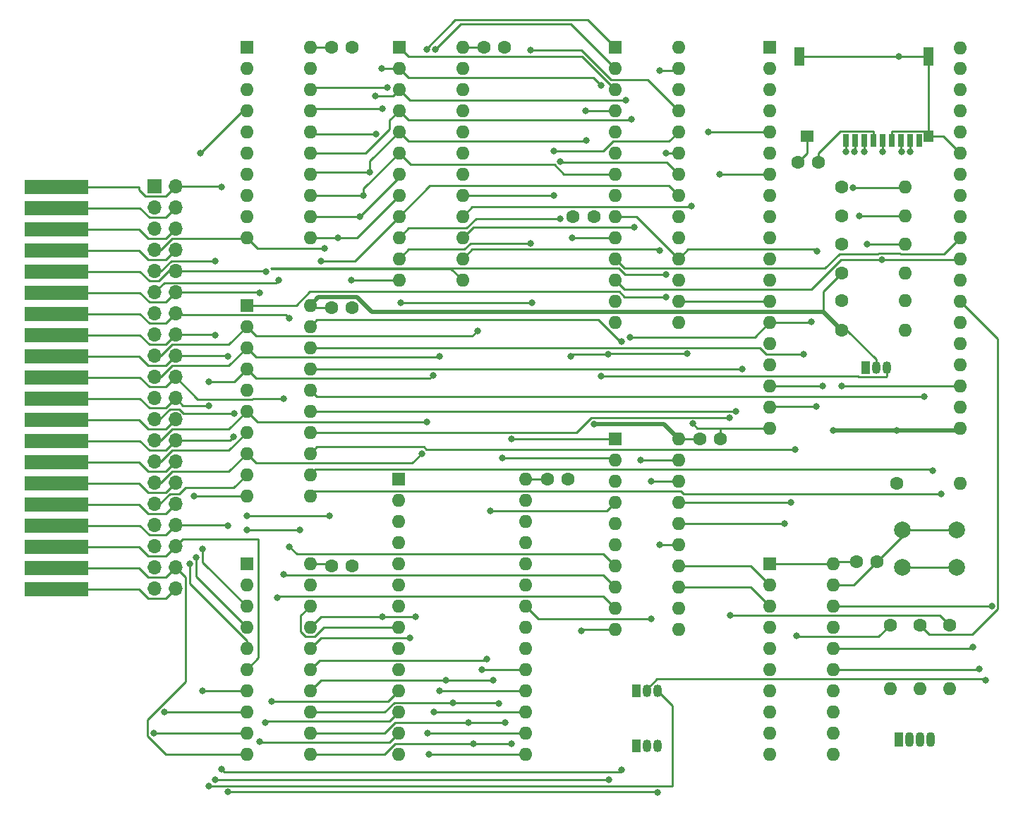
<source format=gbr>
%TF.GenerationSoftware,KiCad,Pcbnew,(5.1.9-0-10_14)*%
%TF.CreationDate,2021-07-19T10:05:44-07:00*%
%TF.ProjectId,TRS-IO-M1,5452532d-494f-42d4-9d31-2e6b69636164,rev?*%
%TF.SameCoordinates,Original*%
%TF.FileFunction,Copper,L1,Top*%
%TF.FilePolarity,Positive*%
%FSLAX46Y46*%
G04 Gerber Fmt 4.6, Leading zero omitted, Abs format (unit mm)*
G04 Created by KiCad (PCBNEW (5.1.9-0-10_14)) date 2021-07-19 10:05:44*
%MOMM*%
%LPD*%
G01*
G04 APERTURE LIST*
%TA.AperFunction,ComponentPad*%
%ADD10O,1.600000X1.600000*%
%TD*%
%TA.AperFunction,ComponentPad*%
%ADD11R,1.600000X1.600000*%
%TD*%
%TA.AperFunction,ComponentPad*%
%ADD12C,2.000000*%
%TD*%
%TA.AperFunction,ComponentPad*%
%ADD13C,1.600000*%
%TD*%
%TA.AperFunction,ComponentPad*%
%ADD14R,1.050000X1.500000*%
%TD*%
%TA.AperFunction,ComponentPad*%
%ADD15O,1.050000X1.500000*%
%TD*%
%TA.AperFunction,ConnectorPad*%
%ADD16R,7.620000X1.778000*%
%TD*%
%TA.AperFunction,ComponentPad*%
%ADD17O,1.700000X1.700000*%
%TD*%
%TA.AperFunction,ComponentPad*%
%ADD18R,1.700000X1.700000*%
%TD*%
%TA.AperFunction,ComponentPad*%
%ADD19O,1.070000X1.800000*%
%TD*%
%TA.AperFunction,ComponentPad*%
%ADD20R,1.070000X1.800000*%
%TD*%
%TA.AperFunction,SMDPad,CuDef*%
%ADD21R,0.700000X1.600000*%
%TD*%
%TA.AperFunction,SMDPad,CuDef*%
%ADD22R,1.600000X1.400000*%
%TD*%
%TA.AperFunction,SMDPad,CuDef*%
%ADD23R,1.200000X2.200000*%
%TD*%
%TA.AperFunction,SMDPad,CuDef*%
%ADD24R,1.200000X1.400000*%
%TD*%
%TA.AperFunction,ViaPad*%
%ADD25C,0.800000*%
%TD*%
%TA.AperFunction,Conductor*%
%ADD26C,0.500380*%
%TD*%
%TA.AperFunction,Conductor*%
%ADD27C,0.250000*%
%TD*%
G04 APERTURE END LIST*
D10*
%TO.P,U9,20*%
%TO.N,+5V*%
X181737000Y-99009200D03*
%TO.P,U9,10*%
%TO.N,GND*%
X174117000Y-121869200D03*
%TO.P,U9,19*%
%TO.N,SRAM_WE_N*%
X181737000Y-101549200D03*
%TO.P,U9,9*%
%TO.N,OUT_N*%
X174117000Y-119329200D03*
%TO.P,U9,18*%
%TO.N,SRAM_OE_N*%
X181737000Y-104089200D03*
%TO.P,U9,8*%
%TO.N,IN_N*%
X174117000Y-116789200D03*
%TO.P,U9,17*%
%TO.N,S1*%
X181737000Y-106629200D03*
%TO.P,U9,7*%
%TO.N,WR_N*%
X174117000Y-114249200D03*
%TO.P,U9,16*%
%TO.N,S0*%
X181737000Y-109169200D03*
%TO.P,U9,6*%
%TO.N,RD_N*%
X174117000Y-111709200D03*
%TO.P,U9,15*%
%TO.N,DBUS_SEL_N*%
X181737000Y-111709200D03*
%TO.P,U9,5*%
%TO.N,RAS_N*%
X174117000Y-109169200D03*
%TO.P,U9,14*%
%TO.N,ESP_SEL_N*%
X181737000Y-114249200D03*
%TO.P,U9,4*%
%TO.N,ADDR_1*%
X174117000Y-106629200D03*
%TO.P,U9,13*%
%TO.N,READ_N*%
X181737000Y-116789200D03*
%TO.P,U9,3*%
%TO.N,ADDR_0*%
X174117000Y-104089200D03*
%TO.P,U9,12*%
%TO.N,WAIT*%
X181737000Y-119329200D03*
%TO.P,U9,2*%
%TO.N,ADDR_FREHD*%
X174117000Y-101549200D03*
%TO.P,U9,11*%
%TO.N,ESP_WAIT_RELEASE_N*%
X181737000Y-121869200D03*
D11*
%TO.P,U9,1*%
%TO.N,ADDR_TRS_IO*%
X174117000Y-99009200D03*
%TD*%
D10*
%TO.P,U8,24*%
%TO.N,+5V*%
X155829000Y-52019200D03*
%TO.P,U8,12*%
%TO.N,GND*%
X148209000Y-79959200D03*
%TO.P,U8,23*%
%TO.N,Net-(U8-Pad23)*%
X155829000Y-54559200D03*
%TO.P,U8,11*%
%TO.N,AA4*%
X148209000Y-77419200D03*
%TO.P,U8,22*%
%TO.N,Net-(U8-Pad22)*%
X155829000Y-57099200D03*
%TO.P,U8,10*%
%TO.N,AA1*%
X148209000Y-74879200D03*
%TO.P,U8,21*%
%TO.N,ADDR_TRS_IO*%
X155829000Y-59639200D03*
%TO.P,U8,9*%
%TO.N,AA0*%
X148209000Y-72339200D03*
%TO.P,U8,20*%
%TO.N,ADDR_FREHD*%
X155829000Y-62179200D03*
%TO.P,U8,8*%
%TO.N,AA9*%
X148209000Y-69799200D03*
%TO.P,U8,19*%
%TO.N,ADDR_0*%
X155829000Y-64719200D03*
%TO.P,U8,7*%
%TO.N,AA8*%
X148209000Y-67259200D03*
%TO.P,U8,18*%
%TO.N,ADDR_1*%
X155829000Y-67259200D03*
%TO.P,U8,6*%
%TO.N,AA14*%
X148209000Y-64719200D03*
%TO.P,U8,17*%
%TO.N,AA3*%
X155829000Y-69799200D03*
%TO.P,U8,5*%
%TO.N,AA11*%
X148209000Y-62179200D03*
%TO.P,U8,16*%
%TO.N,AA5*%
X155829000Y-72339200D03*
%TO.P,U8,4*%
%TO.N,AA15*%
X148209000Y-59639200D03*
%TO.P,U8,15*%
%TO.N,AA7*%
X155829000Y-74879200D03*
%TO.P,U8,3*%
%TO.N,AA13*%
X148209000Y-57099200D03*
%TO.P,U8,14*%
%TO.N,AA6*%
X155829000Y-77419200D03*
%TO.P,U8,2*%
%TO.N,AA12*%
X148209000Y-54559200D03*
%TO.P,U8,13*%
%TO.N,AA2*%
X155829000Y-79959200D03*
D11*
%TO.P,U8,1*%
%TO.N,AA10*%
X148209000Y-52019200D03*
%TD*%
D10*
%TO.P,U7,20*%
%TO.N,+3V3*%
X200279000Y-113995200D03*
%TO.P,U7,10*%
%TO.N,GND*%
X192659000Y-136855200D03*
%TO.P,U7,19*%
X200279000Y-116535200D03*
%TO.P,U7,9*%
%TO.N,Net-(U7-Pad9)*%
X192659000Y-134315200D03*
%TO.P,U7,18*%
%TO.N,ESP3_SEL_N*%
X200279000Y-119075200D03*
%TO.P,U7,8*%
%TO.N,Net-(U7-Pad8)*%
X192659000Y-131775200D03*
%TO.P,U7,17*%
%TO.N,ESP_READ_N*%
X200279000Y-121615200D03*
%TO.P,U7,7*%
%TO.N,Net-(U7-Pad7)*%
X192659000Y-129235200D03*
%TO.P,U7,16*%
%TO.N,ESP_S0*%
X200279000Y-124155200D03*
%TO.P,U7,6*%
%TO.N,Net-(U7-Pad6)*%
X192659000Y-126695200D03*
%TO.P,U7,15*%
%TO.N,ESP_S1*%
X200279000Y-126695200D03*
%TO.P,U7,5*%
%TO.N,S1*%
X192659000Y-124155200D03*
%TO.P,U7,14*%
%TO.N,Net-(U7-Pad14)*%
X200279000Y-129235200D03*
%TO.P,U7,4*%
%TO.N,S0*%
X192659000Y-121615200D03*
%TO.P,U7,13*%
%TO.N,Net-(U7-Pad13)*%
X200279000Y-131775200D03*
%TO.P,U7,3*%
%TO.N,READ_N*%
X192659000Y-119075200D03*
%TO.P,U7,12*%
%TO.N,Net-(U7-Pad12)*%
X200279000Y-134315200D03*
%TO.P,U7,2*%
%TO.N,ESP_SEL_N*%
X192659000Y-116535200D03*
%TO.P,U7,11*%
%TO.N,Net-(U7-Pad11)*%
X200279000Y-136855200D03*
D11*
%TO.P,U7,1*%
%TO.N,+3V3*%
X192659000Y-113995200D03*
%TD*%
D10*
%TO.P,U6,20*%
%TO.N,+5V*%
X137541000Y-113995200D03*
%TO.P,U6,10*%
%TO.N,GND*%
X129921000Y-136855200D03*
%TO.P,U6,19*%
X137541000Y-116535200D03*
%TO.P,U6,9*%
%TO.N,A2*%
X129921000Y-134315200D03*
%TO.P,U6,18*%
%TO.N,AA0*%
X137541000Y-119075200D03*
%TO.P,U6,8*%
%TO.N,A6*%
X129921000Y-131775200D03*
%TO.P,U6,17*%
%TO.N,AA1*%
X137541000Y-121615200D03*
%TO.P,U6,7*%
%TO.N,A7*%
X129921000Y-129235200D03*
%TO.P,U6,16*%
%TO.N,AA4*%
X137541000Y-124155200D03*
%TO.P,U6,6*%
%TO.N,A5*%
X129921000Y-126695200D03*
%TO.P,U6,15*%
%TO.N,AA3*%
X137541000Y-126695200D03*
%TO.P,U6,5*%
%TO.N,A3*%
X129921000Y-124155200D03*
%TO.P,U6,14*%
%TO.N,AA5*%
X137541000Y-129235200D03*
%TO.P,U6,4*%
%TO.N,A4*%
X129921000Y-121615200D03*
%TO.P,U6,13*%
%TO.N,AA7*%
X137541000Y-131775200D03*
%TO.P,U6,3*%
%TO.N,A1*%
X129921000Y-119075200D03*
%TO.P,U6,12*%
%TO.N,AA6*%
X137541000Y-134315200D03*
%TO.P,U6,2*%
%TO.N,A0*%
X129921000Y-116535200D03*
%TO.P,U6,11*%
%TO.N,AA2*%
X137541000Y-136855200D03*
D11*
%TO.P,U6,1*%
%TO.N,+5V*%
X129921000Y-113995200D03*
%TD*%
D10*
%TO.P,U5,20*%
%TO.N,+5V*%
X137541000Y-52019200D03*
%TO.P,U5,10*%
%TO.N,GND*%
X129921000Y-74879200D03*
%TO.P,U5,19*%
X137541000Y-54559200D03*
%TO.P,U5,9*%
%TO.N,A9*%
X129921000Y-72339200D03*
%TO.P,U5,18*%
%TO.N,AA10*%
X137541000Y-57099200D03*
%TO.P,U5,8*%
%TO.N,A8*%
X129921000Y-69799200D03*
%TO.P,U5,17*%
%TO.N,AA12*%
X137541000Y-59639200D03*
%TO.P,U5,7*%
%TO.N,A14*%
X129921000Y-67259200D03*
%TO.P,U5,16*%
%TO.N,AA13*%
X137541000Y-62179200D03*
%TO.P,U5,6*%
%TO.N,A11*%
X129921000Y-64719200D03*
%TO.P,U5,15*%
%TO.N,AA15*%
X137541000Y-64719200D03*
%TO.P,U5,5*%
%TO.N,A15*%
X129921000Y-62179200D03*
%TO.P,U5,14*%
%TO.N,AA11*%
X137541000Y-67259200D03*
%TO.P,U5,4*%
%TO.N,A13*%
X129921000Y-59639200D03*
%TO.P,U5,13*%
%TO.N,AA14*%
X137541000Y-69799200D03*
%TO.P,U5,3*%
%TO.N,A12*%
X129921000Y-57099200D03*
%TO.P,U5,12*%
%TO.N,AA8*%
X137541000Y-72339200D03*
%TO.P,U5,2*%
%TO.N,A10*%
X129921000Y-54559200D03*
%TO.P,U5,11*%
%TO.N,AA9*%
X137541000Y-74879200D03*
D11*
%TO.P,U5,1*%
%TO.N,+5V*%
X129921000Y-52019200D03*
%TD*%
D10*
%TO.P,U4,20*%
%TO.N,+3V3*%
X137541000Y-83007200D03*
%TO.P,U4,10*%
%TO.N,GND*%
X129921000Y-105867200D03*
%TO.P,U4,19*%
%TO.N,DBUS_SEL_N*%
X137541000Y-85547200D03*
%TO.P,U4,9*%
%TO.N,D2*%
X129921000Y-103327200D03*
%TO.P,U4,18*%
%TO.N,DD4*%
X137541000Y-88087200D03*
%TO.P,U4,8*%
%TO.N,D0*%
X129921000Y-100787200D03*
%TO.P,U4,17*%
%TO.N,DD7*%
X137541000Y-90627200D03*
%TO.P,U4,7*%
%TO.N,D5*%
X129921000Y-98247200D03*
%TO.P,U4,16*%
%TO.N,DD1*%
X137541000Y-93167200D03*
%TO.P,U4,6*%
%TO.N,D3*%
X129921000Y-95707200D03*
%TO.P,U4,15*%
%TO.N,DD6*%
X137541000Y-95707200D03*
%TO.P,U4,5*%
%TO.N,D6*%
X129921000Y-93167200D03*
%TO.P,U4,14*%
%TO.N,DD3*%
X137541000Y-98247200D03*
%TO.P,U4,4*%
%TO.N,D1*%
X129921000Y-90627200D03*
%TO.P,U4,13*%
%TO.N,DD5*%
X137541000Y-100787200D03*
%TO.P,U4,3*%
%TO.N,D7*%
X129921000Y-88087200D03*
%TO.P,U4,12*%
%TO.N,DD0*%
X137541000Y-103327200D03*
%TO.P,U4,2*%
%TO.N,D4*%
X129921000Y-85547200D03*
%TO.P,U4,11*%
%TO.N,DD2*%
X137541000Y-105867200D03*
D11*
%TO.P,U4,1*%
%TO.N,READ_N*%
X129921000Y-83007200D03*
%TD*%
D10*
%TO.P,U3,28*%
%TO.N,AA7*%
X181737000Y-52019200D03*
%TO.P,U3,14*%
%TO.N,MISO*%
X174117000Y-85039200D03*
%TO.P,U3,27*%
%TO.N,AA6*%
X181737000Y-54559200D03*
%TO.P,U3,13*%
%TO.N,MOSI*%
X174117000Y-82499200D03*
%TO.P,U3,26*%
%TO.N,AA5*%
X181737000Y-57099200D03*
%TO.P,U3,12*%
%TO.N,SCK*%
X174117000Y-79959200D03*
%TO.P,U3,25*%
%TO.N,AA4*%
X181737000Y-59639200D03*
%TO.P,U3,11*%
%TO.N,CS23S17*%
X174117000Y-77419200D03*
%TO.P,U3,24*%
%TO.N,AA3*%
X181737000Y-62179200D03*
%TO.P,U3,10*%
%TO.N,GND*%
X174117000Y-74879200D03*
%TO.P,U3,23*%
%TO.N,AA2*%
X181737000Y-64719200D03*
%TO.P,U3,9*%
%TO.N,+5V*%
X174117000Y-72339200D03*
%TO.P,U3,22*%
%TO.N,AA1*%
X181737000Y-67259200D03*
%TO.P,U3,8*%
%TO.N,AA15*%
X174117000Y-69799200D03*
%TO.P,U3,21*%
%TO.N,AA0*%
X181737000Y-69799200D03*
%TO.P,U3,7*%
%TO.N,AA14*%
X174117000Y-67259200D03*
%TO.P,U3,20*%
%TO.N,Net-(U3-Pad20)*%
X181737000Y-72339200D03*
%TO.P,U3,6*%
%TO.N,AA13*%
X174117000Y-64719200D03*
%TO.P,U3,19*%
%TO.N,Net-(U3-Pad19)*%
X181737000Y-74879200D03*
%TO.P,U3,5*%
%TO.N,AA12*%
X174117000Y-62179200D03*
%TO.P,U3,18*%
%TO.N,+5V*%
X181737000Y-77419200D03*
%TO.P,U3,4*%
%TO.N,AA11*%
X174117000Y-59639200D03*
%TO.P,U3,17*%
%TO.N,GND*%
X181737000Y-79959200D03*
%TO.P,U3,3*%
%TO.N,AA10*%
X174117000Y-57099200D03*
%TO.P,U3,16*%
%TO.N,GND*%
X181737000Y-82499200D03*
%TO.P,U3,2*%
%TO.N,AA9*%
X174117000Y-54559200D03*
%TO.P,U3,15*%
%TO.N,GND*%
X181737000Y-85039200D03*
D11*
%TO.P,U3,1*%
%TO.N,AA8*%
X174117000Y-52019200D03*
%TD*%
D10*
%TO.P,U2,28*%
%TO.N,+5V*%
X163399000Y-103845200D03*
%TO.P,U2,14*%
%TO.N,GND*%
X148159000Y-136865200D03*
%TO.P,U2,27*%
%TO.N,SRAM_WE_N*%
X163399000Y-106385200D03*
%TO.P,U2,13*%
%TO.N,D2*%
X148159000Y-134325200D03*
%TO.P,U2,26*%
%TO.N,AA3*%
X163399000Y-108925200D03*
%TO.P,U2,12*%
%TO.N,D5*%
X148159000Y-131785200D03*
%TO.P,U2,25*%
%TO.N,AA5*%
X163399000Y-111465200D03*
%TO.P,U2,11*%
%TO.N,D6*%
X148159000Y-129245200D03*
%TO.P,U2,24*%
%TO.N,AA7*%
X163399000Y-114005200D03*
%TO.P,U2,10*%
%TO.N,AA4*%
X148159000Y-126705200D03*
%TO.P,U2,23*%
%TO.N,AA6*%
X163399000Y-116545200D03*
%TO.P,U2,9*%
%TO.N,AA1*%
X148159000Y-124165200D03*
%TO.P,U2,22*%
%TO.N,SRAM_OE_N*%
X163399000Y-119085200D03*
%TO.P,U2,8*%
%TO.N,AA0*%
X148159000Y-121625200D03*
%TO.P,U2,21*%
%TO.N,AA2*%
X163399000Y-121625200D03*
%TO.P,U2,7*%
%TO.N,AA9*%
X148159000Y-119085200D03*
%TO.P,U2,20*%
%TO.N,GND*%
X163399000Y-124165200D03*
%TO.P,U2,6*%
%TO.N,AA8*%
X148159000Y-116545200D03*
%TO.P,U2,19*%
%TO.N,D4*%
X163399000Y-126705200D03*
%TO.P,U2,5*%
%TO.N,AA14*%
X148159000Y-114005200D03*
%TO.P,U2,18*%
%TO.N,D7*%
X163399000Y-129245200D03*
%TO.P,U2,4*%
%TO.N,AA11*%
X148159000Y-111465200D03*
%TO.P,U2,17*%
%TO.N,D1*%
X163399000Y-131785200D03*
%TO.P,U2,3*%
%TO.N,AA13*%
X148159000Y-108925200D03*
%TO.P,U2,16*%
%TO.N,D3*%
X163399000Y-134325200D03*
%TO.P,U2,2*%
%TO.N,AA12*%
X148159000Y-106385200D03*
%TO.P,U2,15*%
%TO.N,D0*%
X163399000Y-136865200D03*
D11*
%TO.P,U2,1*%
%TO.N,AA10*%
X148159000Y-103845200D03*
%TD*%
D10*
%TO.P,U1,38*%
%TO.N,+5V*%
X215519000Y-52082700D03*
%TO.P,U1,37*%
%TO.N,Net-(U1-Pad37)*%
X215519000Y-54559200D03*
%TO.P,U1,19*%
%TO.N,GND*%
X192659000Y-97739200D03*
%TO.P,U1,36*%
%TO.N,Net-(U1-Pad36)*%
X215519000Y-57099200D03*
%TO.P,U1,18*%
%TO.N,CS_SD_CARD*%
X192659000Y-95199200D03*
%TO.P,U1,35*%
%TO.N,Net-(U1-Pad35)*%
X215519000Y-59639200D03*
%TO.P,U1,17*%
%TO.N,ESP_MISO*%
X192659000Y-92659200D03*
%TO.P,U1,34*%
%TO.N,DD1*%
X215519000Y-62179200D03*
%TO.P,U1,16*%
%TO.N,Net-(U1-Pad16)*%
X192659000Y-90119200D03*
%TO.P,U1,33*%
%TO.N,GND*%
X215519000Y-64719200D03*
%TO.P,U1,15*%
%TO.N,Net-(U1-Pad15)*%
X192659000Y-87579200D03*
%TO.P,U1,32*%
%TO.N,DD0*%
X215519000Y-67259200D03*
%TO.P,U1,14*%
%TO.N,MOSI*%
X192659000Y-85039200D03*
%TO.P,U1,31*%
%TO.N,DD2*%
X215519000Y-69799200D03*
%TO.P,U1,13*%
%TO.N,GND*%
X192659000Y-82499200D03*
%TO.P,U1,30*%
%TO.N,ESP3_SEL_N*%
X215519000Y-72339200D03*
%TO.P,U1,12*%
%TO.N,DD7*%
X192659000Y-79959200D03*
%TO.P,U1,29*%
%TO.N,CS23S17*%
X215519000Y-74879200D03*
%TO.P,U1,11*%
%TO.N,DD6*%
X192659000Y-77419200D03*
%TO.P,U1,28*%
%TO.N,SCK*%
X215519000Y-77419200D03*
%TO.P,U1,10*%
%TO.N,LED_RED*%
X192659000Y-74879200D03*
%TO.P,U1,27*%
%TO.N,ESP_INT*%
X215519000Y-79959200D03*
%TO.P,U1,9*%
%TO.N,DD5*%
X192659000Y-72339200D03*
%TO.P,U1,26*%
%TO.N,LED_BLUE*%
X215519000Y-82499200D03*
%TO.P,U1,8*%
%TO.N,DD4*%
X192659000Y-69799200D03*
%TO.P,U1,25*%
%TO.N,ESP_S1*%
X215519000Y-85039200D03*
%TO.P,U1,7*%
%TO.N,LED_GREEN*%
X192659000Y-67259200D03*
%TO.P,U1,24*%
%TO.N,ESP_S0*%
X215519000Y-87579200D03*
%TO.P,U1,6*%
%TO.N,Net-(U1-Pad6)*%
X192659000Y-64719200D03*
%TO.P,U1,23*%
%TO.N,BUTTON*%
X215519000Y-90119200D03*
%TO.P,U1,5*%
%TO.N,ESP_WAIT_RELEASE_N*%
X192659000Y-62179200D03*
%TO.P,U1,22*%
%TO.N,ESP_READ_N*%
X215519000Y-92659200D03*
%TO.P,U1,4*%
%TO.N,DD3*%
X192659000Y-59639200D03*
%TO.P,U1,21*%
%TO.N,Net-(U1-Pad21)*%
X215519000Y-95199200D03*
%TO.P,U1,3*%
%TO.N,Net-(U1-Pad3)*%
X192659000Y-57099200D03*
%TO.P,U1,20*%
%TO.N,+3V3*%
X215519000Y-97739200D03*
%TO.P,U1,2*%
%TO.N,Net-(U1-Pad2)*%
X192659000Y-54559200D03*
D11*
%TO.P,U1,1*%
%TO.N,Net-(U1-Pad1)*%
X192659000Y-52019200D03*
%TD*%
D12*
%TO.P,SW1,1*%
%TO.N,GND*%
X215132500Y-109931200D03*
%TO.P,SW1,2*%
%TO.N,BUTTON*%
X215132500Y-114431200D03*
%TO.P,SW1,1*%
%TO.N,GND*%
X208632500Y-109931200D03*
%TO.P,SW1,2*%
%TO.N,BUTTON*%
X208632500Y-114431200D03*
%TD*%
D10*
%TO.P,R4,2*%
%TO.N,BUTTON*%
X215582500Y-104343200D03*
D13*
%TO.P,R4,1*%
%TO.N,+3V3*%
X207962500Y-104343200D03*
%TD*%
D10*
%TO.P,R3,2*%
%TO.N,Net-(D1-Pad3)*%
X210693000Y-128981200D03*
D13*
%TO.P,R3,1*%
%TO.N,LED_BLUE*%
X210693000Y-121361200D03*
%TD*%
D10*
%TO.P,R2,2*%
%TO.N,Net-(D1-Pad4)*%
X214249000Y-128981200D03*
D13*
%TO.P,R2,1*%
%TO.N,LED_GREEN*%
X214249000Y-121361200D03*
%TD*%
D10*
%TO.P,R1,2*%
%TO.N,Net-(D1-Pad1)*%
X207137000Y-128981200D03*
D13*
%TO.P,R1,1*%
%TO.N,LED_RED*%
X207137000Y-121361200D03*
%TD*%
D14*
%TO.P,Q2,1*%
%TO.N,GND*%
X176657000Y-129235200D03*
D15*
%TO.P,Q2,3*%
%TO.N,INT_N*%
X179197000Y-129235200D03*
%TO.P,Q2,2*%
%TO.N,ESP_INT*%
X177927000Y-129235200D03*
%TD*%
D14*
%TO.P,Q1,1*%
%TO.N,GND*%
X176657000Y-135839200D03*
D15*
%TO.P,Q1,3*%
%TO.N,WAIT_N*%
X179197000Y-135839200D03*
%TO.P,Q1,2*%
%TO.N,WAIT*%
X177927000Y-135839200D03*
%TD*%
D16*
%TO.P,J2,2*%
%TO.N,RAS_N*%
X107061000Y-68783200D03*
%TO.P,J2,4*%
%TO.N,CAS_N*%
X107061000Y-71323200D03*
%TO.P,J2,6*%
%TO.N,A12*%
X107061000Y-73863200D03*
%TO.P,J2,8*%
%TO.N,A15*%
X107061000Y-76403200D03*
%TO.P,J2,10*%
%TO.N,A11*%
X107061000Y-78943200D03*
%TO.P,J2,12*%
%TO.N,A8*%
X107061000Y-81483200D03*
%TO.P,J2,14*%
%TO.N,WR_N*%
X107061000Y-84023200D03*
%TO.P,J2,16*%
%TO.N,RD_N*%
X107061000Y-86563200D03*
%TO.P,J2,18*%
%TO.N,A9*%
X107061000Y-89103200D03*
%TO.P,J2,20*%
%TO.N,IN_N*%
X107061000Y-91643200D03*
%TO.P,J2,22*%
%TO.N,INT_N*%
X107061000Y-94183200D03*
%TO.P,J2,24*%
%TO.N,TEST_N*%
X107061000Y-96723200D03*
%TO.P,J2,26*%
%TO.N,A0*%
X107061000Y-99263200D03*
%TO.P,J2,28*%
%TO.N,A1*%
X107061000Y-101803200D03*
%TO.P,J2,30*%
%TO.N,GND*%
X107061000Y-104343200D03*
%TO.P,J2,32*%
%TO.N,A4*%
X107061000Y-106883200D03*
%TO.P,J2,34*%
%TO.N,WAIT_N*%
X107061000Y-109423200D03*
%TO.P,J2,36*%
%TO.N,A5*%
X107061000Y-111963200D03*
%TO.P,J2,38*%
%TO.N,GND*%
X107061000Y-114503200D03*
%TO.P,J2,40*%
%TO.N,5V*%
X107061000Y-117043200D03*
%TD*%
D17*
%TO.P,J1,40*%
%TO.N,5V*%
X121379000Y-117019200D03*
%TO.P,J1,39*%
%TO.N,A2*%
X118839000Y-117019200D03*
%TO.P,J1,38*%
%TO.N,GND*%
X121379000Y-114479200D03*
%TO.P,J1,37*%
%TO.N,A6*%
X118839000Y-114479200D03*
%TO.P,J1,36*%
%TO.N,A5*%
X121379000Y-111939200D03*
%TO.P,J1,35*%
%TO.N,A7*%
X118839000Y-111939200D03*
%TO.P,J1,34*%
%TO.N,WAIT_N*%
X121379000Y-109399200D03*
%TO.P,J1,33*%
%TO.N,A3*%
X118839000Y-109399200D03*
%TO.P,J1,32*%
%TO.N,A4*%
X121379000Y-106859200D03*
%TO.P,J1,31*%
%TO.N,D2*%
X118839000Y-106859200D03*
%TO.P,J1,30*%
%TO.N,GND*%
X121379000Y-104319200D03*
%TO.P,J1,29*%
%TO.N,D0*%
X118839000Y-104319200D03*
%TO.P,J1,28*%
%TO.N,A1*%
X121379000Y-101779200D03*
%TO.P,J1,27*%
%TO.N,D5*%
X118839000Y-101779200D03*
%TO.P,J1,26*%
%TO.N,A0*%
X121379000Y-99239200D03*
%TO.P,J1,25*%
%TO.N,D3*%
X118839000Y-99239200D03*
%TO.P,J1,24*%
%TO.N,TEST_N*%
X121379000Y-96699200D03*
%TO.P,J1,23*%
%TO.N,D6*%
X118839000Y-96699200D03*
%TO.P,J1,22*%
%TO.N,INT_N*%
X121379000Y-94159200D03*
%TO.P,J1,21*%
%TO.N,D1*%
X118839000Y-94159200D03*
%TO.P,J1,20*%
%TO.N,IN_N*%
X121379000Y-91619200D03*
%TO.P,J1,19*%
%TO.N,D7*%
X118839000Y-91619200D03*
%TO.P,J1,18*%
%TO.N,A9*%
X121379000Y-89079200D03*
%TO.P,J1,17*%
%TO.N,D4*%
X118839000Y-89079200D03*
%TO.P,J1,16*%
%TO.N,RD_N*%
X121379000Y-86539200D03*
%TO.P,J1,15*%
%TO.N,MUX*%
X118839000Y-86539200D03*
%TO.P,J1,14*%
%TO.N,WR_N*%
X121379000Y-83999200D03*
%TO.P,J1,13*%
%TO.N,INTACK_N*%
X118839000Y-83999200D03*
%TO.P,J1,12*%
%TO.N,A8*%
X121379000Y-81459200D03*
%TO.P,J1,11*%
%TO.N,OUT_N*%
X118839000Y-81459200D03*
%TO.P,J1,10*%
%TO.N,A11*%
X121379000Y-78919200D03*
%TO.P,J1,9*%
%TO.N,A14*%
X118839000Y-78919200D03*
%TO.P,J1,8*%
%TO.N,A15*%
X121379000Y-76379200D03*
%TO.P,J1,7*%
%TO.N,GND*%
X118839000Y-76379200D03*
%TO.P,J1,6*%
%TO.N,A12*%
X121379000Y-73839200D03*
%TO.P,J1,5*%
%TO.N,A13*%
X118839000Y-73839200D03*
%TO.P,J1,4*%
%TO.N,CAS_N*%
X121379000Y-71299200D03*
%TO.P,J1,3*%
%TO.N,A10*%
X118839000Y-71299200D03*
%TO.P,J1,2*%
%TO.N,RAS_N*%
X121379000Y-68759200D03*
D18*
%TO.P,J1,1*%
%TO.N,SYSRES_N*%
X118839000Y-68759200D03*
%TD*%
D19*
%TO.P,D1,4*%
%TO.N,Net-(D1-Pad4)*%
X211963000Y-135077200D03*
%TO.P,D1,3*%
%TO.N,Net-(D1-Pad3)*%
X210693000Y-135077200D03*
%TO.P,D1,2*%
%TO.N,GND*%
X209423000Y-135077200D03*
D20*
%TO.P,D1,1*%
%TO.N,Net-(D1-Pad1)*%
X208153000Y-135077200D03*
%TD*%
D13*
%TO.P,C8,2*%
%TO.N,GND*%
X160869000Y-52019200D03*
%TO.P,C8,1*%
%TO.N,+5V*%
X158369000Y-52019200D03*
%TD*%
%TO.P,C7,2*%
%TO.N,GND*%
X142581000Y-52019200D03*
%TO.P,C7,1*%
%TO.N,+5V*%
X140081000Y-52019200D03*
%TD*%
%TO.P,C6,2*%
%TO.N,GND*%
X142581000Y-114249200D03*
%TO.P,C6,1*%
%TO.N,+5V*%
X140081000Y-114249200D03*
%TD*%
%TO.P,C5,2*%
%TO.N,GND*%
X205573000Y-113741200D03*
%TO.P,C5,1*%
%TO.N,+3V3*%
X203073000Y-113741200D03*
%TD*%
%TO.P,C4,2*%
%TO.N,GND*%
X142581000Y-83261200D03*
%TO.P,C4,1*%
%TO.N,+3V3*%
X140081000Y-83261200D03*
%TD*%
%TO.P,C3,2*%
%TO.N,GND*%
X169077000Y-72339200D03*
%TO.P,C3,1*%
%TO.N,+5V*%
X171577000Y-72339200D03*
%TD*%
%TO.P,C2,2*%
%TO.N,GND*%
X186777000Y-99009200D03*
%TO.P,C2,1*%
%TO.N,+5V*%
X184277000Y-99009200D03*
%TD*%
%TO.P,C1,2*%
%TO.N,GND*%
X168489000Y-103835200D03*
%TO.P,C1,1*%
%TO.N,+5V*%
X165989000Y-103835200D03*
%TD*%
%TO.P,C9,1*%
%TO.N,+3V3*%
X198551800Y-65836800D03*
%TO.P,C9,2*%
%TO.N,GND*%
X196051800Y-65836800D03*
%TD*%
D21*
%TO.P,J3,1*%
%TO.N,Net-(J3-Pad1)*%
X201838200Y-63205000D03*
%TO.P,J3,2*%
%TO.N,CS_SD_CARD*%
X202938200Y-63205000D03*
%TO.P,J3,3*%
%TO.N,MOSI*%
X204038200Y-63205000D03*
%TO.P,J3,4*%
%TO.N,+3V3*%
X205138200Y-63205000D03*
%TO.P,J3,5*%
%TO.N,SCK*%
X206238200Y-63205000D03*
%TO.P,J3,6*%
%TO.N,GND*%
X207338200Y-63205000D03*
%TO.P,J3,7*%
%TO.N,ESP_MISO*%
X208438200Y-63205000D03*
%TO.P,J3,8*%
%TO.N,Net-(J3-Pad8)*%
X209538200Y-63205000D03*
%TO.P,J3,9*%
%TO.N,Net-(J3-Pad9)*%
X210638200Y-63205000D03*
D22*
%TO.P,J3,10*%
%TO.N,GND*%
X197188200Y-62705000D03*
D23*
%TO.P,J3,11*%
X196288200Y-53105000D03*
%TO.P,J3,12*%
X211788200Y-53105000D03*
D24*
%TO.P,J3,13*%
X211788200Y-62705000D03*
%TD*%
D15*
%TO.P,Q3,2*%
%TO.N,+3V3*%
X205460600Y-90500200D03*
%TO.P,Q3,3*%
%TO.N,MISO*%
X206730600Y-90500200D03*
D14*
%TO.P,Q3,1*%
%TO.N,ESP_MISO*%
X204190600Y-90500200D03*
%TD*%
D10*
%TO.P,R5,2*%
%TO.N,ESP_MISO*%
X208940400Y-85953600D03*
D13*
%TO.P,R5,1*%
%TO.N,+3V3*%
X201320400Y-85953600D03*
%TD*%
%TO.P,R6,1*%
%TO.N,+5V*%
X201320400Y-82423000D03*
D10*
%TO.P,R6,2*%
%TO.N,MISO*%
X208940400Y-82423000D03*
%TD*%
D13*
%TO.P,R7,1*%
%TO.N,+3V3*%
X201320400Y-79121000D03*
D10*
%TO.P,R7,2*%
%TO.N,Net-(J3-Pad8)*%
X208940400Y-79121000D03*
%TD*%
%TO.P,R8,2*%
%TO.N,MOSI*%
X208940400Y-75692000D03*
D13*
%TO.P,R8,1*%
%TO.N,+3V3*%
X201320400Y-75692000D03*
%TD*%
%TO.P,R9,1*%
%TO.N,+3V3*%
X201320400Y-72263000D03*
D10*
%TO.P,R9,2*%
%TO.N,CS_SD_CARD*%
X208940400Y-72263000D03*
%TD*%
%TO.P,R10,2*%
%TO.N,Net-(J3-Pad1)*%
X208940400Y-68834000D03*
D13*
%TO.P,R10,1*%
%TO.N,+3V3*%
X201320400Y-68834000D03*
%TD*%
D25*
%TO.N,+5V*%
X171577000Y-97231200D03*
X129921000Y-109931200D03*
X136290809Y-109951009D03*
X198374000Y-76479400D03*
%TO.N,GND*%
X170103800Y-122097800D03*
X182829200Y-88812200D03*
X173278800Y-88900000D03*
X168859200Y-89154000D03*
X148412200Y-82651600D03*
X164134800Y-82677000D03*
X142519400Y-79984600D03*
X139268200Y-76200000D03*
X129946400Y-108229400D03*
X139877800Y-108254800D03*
X123571000Y-105867200D03*
X183464200Y-97194200D03*
X208210200Y-53105000D03*
X169011600Y-74904600D03*
%TO.N,+3V3*%
X200279000Y-97993200D03*
X207899000Y-97993200D03*
%TO.N,RAS_N*%
X126873000Y-68783200D03*
X174951002Y-138705202D03*
X126873000Y-138633200D03*
%TO.N,A13*%
X124346000Y-64719200D03*
%TO.N,A11*%
X132207000Y-78943200D03*
%TO.N,A14*%
X126148000Y-77673200D03*
%TO.N,A8*%
X131445000Y-81483200D03*
%TO.N,OUT_N*%
X133620000Y-118059200D03*
X133731000Y-79959200D03*
%TO.N,WR_N*%
X135070000Y-111963200D03*
X135001000Y-84531200D03*
%TO.N,RD_N*%
X126111000Y-86563200D03*
X126111000Y-139903200D03*
X173355000Y-139903200D03*
%TO.N,A9*%
X127635000Y-89103200D03*
%TO.N,D4*%
X158115000Y-126695200D03*
X157607000Y-86055200D03*
%TO.N,IN_N*%
X134345000Y-115265200D03*
X134345000Y-94183200D03*
%TO.N,D7*%
X153104000Y-129235200D03*
X153035000Y-89103200D03*
%TO.N,INT_N*%
X125386000Y-95017201D03*
X125349000Y-140665200D03*
%TO.N,D1*%
X152379000Y-131775200D03*
X152273000Y-91389200D03*
X125386000Y-92151200D03*
%TO.N,D6*%
X132895000Y-130505200D03*
X128397000Y-95961200D03*
%TO.N,A0*%
X128392347Y-98750547D03*
%TO.N,D3*%
X151654000Y-134315200D03*
X151511000Y-96977200D03*
%TO.N,A1*%
X124661000Y-112217200D03*
%TO.N,D5*%
X132170000Y-133045200D03*
%TO.N,D0*%
X151765000Y-136855200D03*
X150929000Y-100787200D03*
%TO.N,A4*%
X123825000Y-113233200D03*
%TO.N,D2*%
X131445000Y-135331200D03*
%TO.N,WAIT_N*%
X127635000Y-109423200D03*
X127635000Y-141390200D03*
X179197000Y-141427200D03*
%TO.N,A3*%
X123063000Y-113995200D03*
%TO.N,A7*%
X124661000Y-129235200D03*
%TO.N,A6*%
X120015000Y-131775200D03*
%TO.N,A2*%
X118745000Y-134315200D03*
%TO.N,ESP_INT*%
X218567000Y-127965200D03*
%TO.N,ESP_READ_N*%
X201295000Y-92659200D03*
%TO.N,ESP_S0*%
X217080000Y-124028200D03*
%TO.N,ESP_S1*%
X217842000Y-126619000D03*
%TO.N,SCK*%
X206222600Y-64592200D03*
X206121000Y-77495400D03*
%TO.N,ESP_WAIT_RELEASE_N*%
X185293000Y-62179200D03*
%TO.N,MOSI*%
X175895000Y-86817200D03*
X204038200Y-64592200D03*
X204343000Y-75666600D03*
X197662800Y-85013800D03*
%TO.N,ESP_MISO*%
X199009000Y-92659200D03*
X208508600Y-64592200D03*
%TO.N,ESP3_SEL_N*%
X219329000Y-119075200D03*
%TO.N,READ_N*%
X180213000Y-81991200D03*
%TO.N,MISO*%
X172427190Y-91490800D03*
%TO.N,S0*%
X194437000Y-109169200D03*
%TO.N,S1*%
X195199000Y-106629200D03*
%TO.N,DD3*%
X187833000Y-96469200D03*
%TO.N,DD4*%
X196723000Y-88849200D03*
%TO.N,DD5*%
X195707000Y-100279200D03*
%TO.N,DD6*%
X188595000Y-95707200D03*
%TO.N,DD7*%
X189357000Y-90627200D03*
%TO.N,DD2*%
X213233000Y-105613200D03*
%TO.N,DD0*%
X212217000Y-102819200D03*
%TO.N,DD1*%
X211201000Y-93929200D03*
%TO.N,AA14*%
X143965000Y-69799200D03*
%TO.N,AA12*%
X146177000Y-59385200D03*
X146111185Y-54559200D03*
X172427190Y-56591200D03*
%TO.N,AA7*%
X160221000Y-130759200D03*
X154713999Y-130660199D03*
X176403000Y-73609200D03*
%TO.N,AA6*%
X160946000Y-133045200D03*
X156554000Y-133045200D03*
X179451000Y-76403200D03*
X179451000Y-54813200D03*
%TO.N,AA5*%
X159496000Y-127965200D03*
X153829000Y-127965200D03*
X183261000Y-71069200D03*
%TO.N,AA4*%
X149479000Y-122885200D03*
X163957000Y-52419201D03*
X163957000Y-75569199D03*
%TO.N,AA3*%
X158771000Y-125425200D03*
X166751000Y-69799200D03*
X166751000Y-64465200D03*
%TO.N,AA10*%
X146836185Y-56824637D03*
%TO.N,AA2*%
X161671000Y-135585200D03*
X157099000Y-135585200D03*
X180213000Y-79269201D03*
X180213000Y-64719200D03*
%TO.N,SRAM_OE_N*%
X178435000Y-120599200D03*
X178435000Y-104089200D03*
%TO.N,AA1*%
X150204000Y-120345200D03*
X146177000Y-120345200D03*
X167513000Y-72593200D03*
X167513000Y-65735200D03*
%TO.N,AA11*%
X144690000Y-67005200D03*
X170726810Y-63195200D03*
X170561000Y-59639200D03*
%TO.N,AA0*%
X138811000Y-77673200D03*
%TO.N,AA9*%
X140843000Y-74879200D03*
X152527000Y-52273200D03*
%TO.N,AA8*%
X143514990Y-72339200D03*
X151511000Y-52273200D03*
%TO.N,AA13*%
X145415000Y-62433200D03*
X145386185Y-57861200D03*
X175387000Y-58369200D03*
%TO.N,SRAM_WE_N*%
X177165000Y-101549200D03*
%TO.N,AA15*%
X176112000Y-60655200D03*
%TO.N,DBUS_SEL_N*%
X174879000Y-87362200D03*
X179451000Y-111709200D03*
%TO.N,ADDR_TRS_IO*%
X161671000Y-99009200D03*
%TO.N,ADDR_FREHD*%
X160618000Y-101295200D03*
%TO.N,ADDR_1*%
X159131000Y-107645200D03*
%TO.N,LED_GREEN*%
X187985400Y-120218200D03*
X186664600Y-67259200D03*
%TO.N,LED_RED*%
X195924000Y-122631200D03*
%TO.N,Net-(J3-Pad1)*%
X201803000Y-64541400D03*
X202717785Y-68919554D03*
%TO.N,CS_SD_CARD*%
X202874453Y-64587547D03*
X203479400Y-72263000D03*
X198247000Y-95173800D03*
%TO.N,Net-(J3-Pad8)*%
X209575400Y-64592200D03*
%TD*%
D26*
%TO.N,+5V*%
X179959000Y-97231200D02*
X171577000Y-97231200D01*
X181737000Y-99009200D02*
X179959000Y-97231200D01*
D27*
X176657000Y-72339200D02*
X181737000Y-77419200D01*
X174117000Y-72339200D02*
X176657000Y-72339200D01*
X181737000Y-99009200D02*
X184277000Y-99009200D01*
X165979000Y-103845200D02*
X165989000Y-103835200D01*
X163399000Y-103845200D02*
X165979000Y-103845200D01*
X139827000Y-113995200D02*
X140081000Y-114249200D01*
X137541000Y-113995200D02*
X139827000Y-113995200D01*
X158369000Y-52019200D02*
X155829000Y-52019200D01*
X140081000Y-52019200D02*
X137541000Y-52019200D01*
X129921000Y-109931200D02*
X136271000Y-109931200D01*
X136271000Y-109931200D02*
X136290809Y-109951009D01*
X182862001Y-76294199D02*
X198188799Y-76294199D01*
X198188799Y-76294199D02*
X198374000Y-76479400D01*
X181737000Y-77419200D02*
X182862001Y-76294199D01*
%TO.N,GND*%
X107061000Y-114503200D02*
X116967000Y-114503200D01*
X120203999Y-115654201D02*
X121379000Y-114479200D01*
X118118001Y-115654201D02*
X120203999Y-115654201D01*
X116967000Y-114503200D02*
X118118001Y-115654201D01*
X107061000Y-104343200D02*
X116967000Y-104343200D01*
X120203999Y-105494201D02*
X121379000Y-104319200D01*
X118118001Y-105494201D02*
X120203999Y-105494201D01*
X116967000Y-104343200D02*
X118118001Y-105494201D01*
X170332400Y-121869200D02*
X170103800Y-122097800D01*
X174117000Y-121869200D02*
X170332400Y-121869200D01*
X215132500Y-109931200D02*
X208632500Y-109931200D01*
X208632500Y-110681700D02*
X208632500Y-109931200D01*
X205573000Y-113741200D02*
X208632500Y-110681700D01*
X202779000Y-116535200D02*
X205573000Y-113741200D01*
X200279000Y-116535200D02*
X202779000Y-116535200D01*
X182843000Y-88798400D02*
X182829200Y-88812200D01*
X173366600Y-88812200D02*
X173278800Y-88900000D01*
X182829200Y-88812200D02*
X173366600Y-88812200D01*
X169113200Y-88900000D02*
X168859200Y-89154000D01*
X173278800Y-88900000D02*
X169113200Y-88900000D01*
X164109400Y-82651600D02*
X164134800Y-82677000D01*
X148412200Y-82651600D02*
X164109400Y-82651600D01*
X142544800Y-79959200D02*
X142519400Y-79984600D01*
X148209000Y-79959200D02*
X142544800Y-79959200D01*
X131241800Y-76200000D02*
X139268200Y-76200000D01*
X129921000Y-74879200D02*
X131241800Y-76200000D01*
X139852400Y-108229400D02*
X139877800Y-108254800D01*
X130022600Y-108229400D02*
X139852400Y-108229400D01*
X129921000Y-105867200D02*
X123571000Y-105867200D01*
X120211998Y-136855200D02*
X129921000Y-136855200D01*
X118019999Y-134663201D02*
X120211998Y-136855200D01*
X118019999Y-132697199D02*
X118019999Y-134663201D01*
X122554001Y-128163197D02*
X118019999Y-132697199D01*
X122554001Y-115654201D02*
X122554001Y-128163197D01*
X121379000Y-114479200D02*
X122554001Y-115654201D01*
X184009200Y-97739200D02*
X183464200Y-97194200D01*
X129785999Y-75014201D02*
X129921000Y-74879200D01*
X121004997Y-75014201D02*
X129785999Y-75014201D01*
X119639998Y-76379200D02*
X121004997Y-75014201D01*
X118839000Y-76379200D02*
X119639998Y-76379200D01*
X181737000Y-82499200D02*
X192659000Y-82499200D01*
X211788200Y-53105000D02*
X208210200Y-53105000D01*
X211788200Y-53105000D02*
X211788200Y-62705000D01*
X213504800Y-62705000D02*
X215519000Y-64719200D01*
X211788200Y-62705000D02*
X213504800Y-62705000D01*
X197188200Y-64700400D02*
X196051800Y-65836800D01*
X197188200Y-62705000D02*
X197188200Y-64700400D01*
X207338200Y-62155000D02*
X207338200Y-63205000D01*
X211788200Y-62619998D02*
X211248201Y-62079999D01*
X207413201Y-62079999D02*
X207338200Y-62155000D01*
X211248201Y-62079999D02*
X207413201Y-62079999D01*
X211788200Y-62705000D02*
X211788200Y-62619998D01*
X208210200Y-53105000D02*
X196288200Y-53105000D01*
X186777000Y-97775400D02*
X186740800Y-97739200D01*
X186777000Y-99009200D02*
X186777000Y-97775400D01*
X186740800Y-97739200D02*
X184009200Y-97739200D01*
X192659000Y-97739200D02*
X186740800Y-97739200D01*
X169037000Y-74879200D02*
X169011600Y-74904600D01*
X174117000Y-74879200D02*
X169037000Y-74879200D01*
D26*
%TO.N,+3V3*%
X215265000Y-97993200D02*
X215519000Y-97739200D01*
X138537191Y-82011009D02*
X143181093Y-82011009D01*
X143181093Y-82011009D02*
X144939284Y-83769200D01*
X137541000Y-83007200D02*
X138537191Y-82011009D01*
D27*
X137795000Y-83261200D02*
X137541000Y-83007200D01*
X140081000Y-83261200D02*
X137795000Y-83261200D01*
X200279000Y-113995200D02*
X192659000Y-113995200D01*
X200533000Y-113741200D02*
X200279000Y-113995200D01*
X203073000Y-113741200D02*
X200533000Y-113741200D01*
D26*
X207899000Y-97993200D02*
X215265000Y-97993200D01*
X200279000Y-97993200D02*
X207899000Y-97993200D01*
D27*
X201320400Y-68834000D02*
X201320400Y-68681600D01*
D26*
X199136000Y-83769200D02*
X201320400Y-85953600D01*
D27*
X199136000Y-81305400D02*
X201320400Y-79121000D01*
X199136000Y-83769200D02*
X199136000Y-81305400D01*
X201914000Y-85953600D02*
X201320400Y-85953600D01*
X205460600Y-89500200D02*
X201914000Y-85953600D01*
X205460600Y-90500200D02*
X205460600Y-89500200D01*
X205138200Y-62155000D02*
X205138200Y-63205000D01*
X205063199Y-62079999D02*
X205138200Y-62155000D01*
X201177231Y-62079999D02*
X205063199Y-62079999D01*
X198551800Y-64705430D02*
X201177231Y-62079999D01*
X198551800Y-65836800D02*
X198551800Y-64705430D01*
D26*
X144939284Y-83769200D02*
X199136000Y-83769200D01*
D27*
%TO.N,RAS_N*%
X126849000Y-68759200D02*
X126873000Y-68783200D01*
X121379000Y-68759200D02*
X126849000Y-68759200D01*
X174623005Y-139033199D02*
X174951002Y-138705202D01*
X127272999Y-139033199D02*
X174623005Y-139033199D01*
X126873000Y-138633200D02*
X127272999Y-139033199D01*
X107061000Y-68783200D02*
X116967000Y-68783200D01*
X120203999Y-69934201D02*
X121379000Y-68759200D01*
X117728999Y-69934201D02*
X120203999Y-69934201D01*
X116967000Y-69172202D02*
X117728999Y-69934201D01*
X116967000Y-68783200D02*
X116967000Y-69172202D01*
%TO.N,CAS_N*%
X120203999Y-72474201D02*
X121379000Y-71299200D01*
X118274999Y-72474201D02*
X120203999Y-72474201D01*
X117123998Y-71323200D02*
X118274999Y-72474201D01*
X107061000Y-71323200D02*
X117123998Y-71323200D01*
%TO.N,A12*%
X107061000Y-73863200D02*
X116967000Y-73863200D01*
X120203999Y-75014201D02*
X121379000Y-73839200D01*
X118118001Y-75014201D02*
X120203999Y-75014201D01*
X116967000Y-73863200D02*
X118118001Y-75014201D01*
%TO.N,A13*%
X129426000Y-59639200D02*
X129921000Y-59639200D01*
X124346000Y-64719200D02*
X129426000Y-59639200D01*
%TO.N,A15*%
X107061000Y-76403200D02*
X116967000Y-76403200D01*
X120203999Y-77554201D02*
X121379000Y-76379200D01*
X118118001Y-77554201D02*
X120203999Y-77554201D01*
X116967000Y-76403200D02*
X118118001Y-77554201D01*
%TO.N,A11*%
X119403001Y-80094201D02*
X120578002Y-78919200D01*
X118274999Y-80094201D02*
X119403001Y-80094201D01*
X120578002Y-78919200D02*
X121379000Y-78919200D01*
X117123998Y-78943200D02*
X118274999Y-80094201D01*
X107061000Y-78943200D02*
X117123998Y-78943200D01*
X132183000Y-78919200D02*
X132207000Y-78943200D01*
X121379000Y-78919200D02*
X132183000Y-78919200D01*
%TO.N,A14*%
X120885998Y-77673200D02*
X126148000Y-77673200D01*
X119639998Y-78919200D02*
X120885998Y-77673200D01*
X118839000Y-78919200D02*
X119639998Y-78919200D01*
%TO.N,A8*%
X120203999Y-82634201D02*
X121379000Y-81459200D01*
X118274999Y-82634201D02*
X120203999Y-82634201D01*
X117123998Y-81483200D02*
X118274999Y-82634201D01*
X107061000Y-81483200D02*
X117123998Y-81483200D01*
X131421000Y-81459200D02*
X131445000Y-81483200D01*
X121379000Y-81459200D02*
X131421000Y-81459200D01*
%TO.N,OUT_N*%
X133729001Y-117950199D02*
X133620000Y-118059200D01*
X172737999Y-117950199D02*
X133729001Y-117950199D01*
X174117000Y-119329200D02*
X172737999Y-117950199D01*
X120014001Y-80284199D02*
X118839000Y-81459200D01*
X133406001Y-80284199D02*
X120014001Y-80284199D01*
X133731000Y-79959200D02*
X133406001Y-80284199D01*
%TO.N,WR_N*%
X135976999Y-112870199D02*
X135070000Y-111963200D01*
X172737999Y-112870199D02*
X135976999Y-112870199D01*
X174117000Y-114249200D02*
X172737999Y-112870199D01*
X121512001Y-84132201D02*
X121379000Y-83999200D01*
X134602001Y-84132201D02*
X121512001Y-84132201D01*
X135001000Y-84531200D02*
X134602001Y-84132201D01*
X120203999Y-85174201D02*
X121379000Y-83999200D01*
X118274999Y-85174201D02*
X120203999Y-85174201D01*
X117123998Y-84023200D02*
X118274999Y-85174201D01*
X107061000Y-84023200D02*
X117123998Y-84023200D01*
%TO.N,RD_N*%
X126087000Y-86539200D02*
X126111000Y-86563200D01*
X121379000Y-86539200D02*
X126087000Y-86539200D01*
X126111000Y-139903200D02*
X173355000Y-139903200D01*
X120203999Y-87714201D02*
X121379000Y-86539200D01*
X118274999Y-87714201D02*
X120203999Y-87714201D01*
X117123998Y-86563200D02*
X118274999Y-87714201D01*
X107061000Y-86563200D02*
X117123998Y-86563200D01*
%TO.N,A9*%
X107061000Y-89103200D02*
X116967000Y-89103200D01*
X120203999Y-90254201D02*
X121379000Y-89079200D01*
X118118001Y-90254201D02*
X120203999Y-90254201D01*
X116967000Y-89103200D02*
X118118001Y-90254201D01*
X127611000Y-89079200D02*
X127635000Y-89103200D01*
X121379000Y-89079200D02*
X127611000Y-89079200D01*
%TO.N,D4*%
X158125000Y-126705200D02*
X158115000Y-126695200D01*
X163399000Y-126705200D02*
X158125000Y-126705200D01*
X131046001Y-86672201D02*
X129921000Y-85547200D01*
X156989999Y-86672201D02*
X131046001Y-86672201D01*
X157607000Y-86055200D02*
X156989999Y-86672201D01*
X127753999Y-87714201D02*
X129921000Y-85547200D01*
X121004997Y-87714201D02*
X127753999Y-87714201D01*
X119639998Y-89079200D02*
X121004997Y-87714201D01*
X118839000Y-89079200D02*
X119639998Y-89079200D01*
%TO.N,IN_N*%
X134489999Y-115410199D02*
X134345000Y-115265200D01*
X172737999Y-115410199D02*
X134489999Y-115410199D01*
X174117000Y-116789200D02*
X172737999Y-115410199D01*
X124052001Y-94292201D02*
X121379000Y-91619200D01*
X130573999Y-94292201D02*
X124052001Y-94292201D01*
X130683000Y-94183200D02*
X130573999Y-94292201D01*
X134345000Y-94183200D02*
X130683000Y-94183200D01*
X120203999Y-92794201D02*
X121379000Y-91619200D01*
X118274999Y-92794201D02*
X120203999Y-92794201D01*
X117123998Y-91643200D02*
X118274999Y-92794201D01*
X107061000Y-91643200D02*
X117123998Y-91643200D01*
%TO.N,D7*%
X153114000Y-129245200D02*
X153104000Y-129235200D01*
X163399000Y-129245200D02*
X153114000Y-129245200D01*
X131046001Y-89212201D02*
X129921000Y-88087200D01*
X152925999Y-89212201D02*
X131046001Y-89212201D01*
X153035000Y-89103200D02*
X152925999Y-89212201D01*
X121004997Y-90254201D02*
X127753999Y-90254201D01*
X127753999Y-90254201D02*
X129921000Y-88087200D01*
X119639998Y-91619200D02*
X121004997Y-90254201D01*
X118839000Y-91619200D02*
X119639998Y-91619200D01*
%TO.N,INT_N*%
X120203999Y-95334201D02*
X121379000Y-94159200D01*
X118274999Y-95334201D02*
X120203999Y-95334201D01*
X117123998Y-94183200D02*
X118274999Y-95334201D01*
X107061000Y-94183200D02*
X117123998Y-94183200D01*
X122237001Y-95017201D02*
X125386000Y-95017201D01*
X121379000Y-94159200D02*
X122237001Y-95017201D01*
X180975000Y-131013200D02*
X179197000Y-129235200D01*
X180975000Y-140665200D02*
X180975000Y-131013200D01*
X125349000Y-140665200D02*
X180975000Y-140665200D01*
%TO.N,D1*%
X152389000Y-131785200D02*
X152379000Y-131775200D01*
X163399000Y-131785200D02*
X152389000Y-131785200D01*
X131082999Y-91789199D02*
X129921000Y-90627200D01*
X151873001Y-91789199D02*
X131082999Y-91789199D01*
X152273000Y-91389200D02*
X151873001Y-91789199D01*
X128397000Y-92151200D02*
X125386000Y-92151200D01*
X129921000Y-90627200D02*
X128397000Y-92151200D01*
%TO.N,TEST_N*%
X107061000Y-96723200D02*
X116967000Y-96723200D01*
X120203999Y-97874201D02*
X121379000Y-96699200D01*
X118118001Y-97874201D02*
X120203999Y-97874201D01*
X116967000Y-96723200D02*
X118118001Y-97874201D01*
%TO.N,D6*%
X146899000Y-130505200D02*
X132895000Y-130505200D01*
X148159000Y-129245200D02*
X146899000Y-130505200D01*
X121872002Y-95453200D02*
X120721410Y-95453200D01*
X120721410Y-95453200D02*
X119475410Y-96699200D01*
X122380002Y-95961200D02*
X121872002Y-95453200D01*
X119475410Y-96699200D02*
X118839000Y-96699200D01*
X128397000Y-95961200D02*
X122380002Y-95961200D01*
%TO.N,A0*%
X120203999Y-100414201D02*
X121379000Y-99239200D01*
X118274999Y-100414201D02*
X120203999Y-100414201D01*
X117123998Y-99263200D02*
X118274999Y-100414201D01*
X107061000Y-99263200D02*
X117123998Y-99263200D01*
X127903694Y-99239200D02*
X128392347Y-98750547D01*
X121379000Y-99239200D02*
X127903694Y-99239200D01*
%TO.N,D3*%
X151664000Y-134325200D02*
X151654000Y-134315200D01*
X163399000Y-134325200D02*
X151664000Y-134325200D01*
X131191000Y-96977200D02*
X129921000Y-95707200D01*
X151511000Y-96977200D02*
X131191000Y-96977200D01*
X127753999Y-97874201D02*
X129921000Y-95707200D01*
X121004997Y-97874201D02*
X127753999Y-97874201D01*
X119639998Y-99239200D02*
X121004997Y-97874201D01*
X118839000Y-99239200D02*
X119639998Y-99239200D01*
%TO.N,A1*%
X107061000Y-101803200D02*
X116967000Y-101803200D01*
X120203999Y-102954201D02*
X121379000Y-101779200D01*
X118118001Y-102954201D02*
X120203999Y-102954201D01*
X116967000Y-101803200D02*
X118118001Y-102954201D01*
X124661000Y-113815200D02*
X129921000Y-119075200D01*
X124661000Y-112217200D02*
X124661000Y-113815200D01*
%TO.N,D5*%
X132314999Y-132900201D02*
X132170000Y-133045200D01*
X147043999Y-132900201D02*
X132314999Y-132900201D01*
X148159000Y-131785200D02*
X147043999Y-132900201D01*
X127753999Y-100414201D02*
X129921000Y-98247200D01*
X121004997Y-100414201D02*
X127753999Y-100414201D01*
X119639998Y-101779200D02*
X121004997Y-100414201D01*
X118839000Y-101779200D02*
X119639998Y-101779200D01*
%TO.N,D0*%
X151775000Y-136865200D02*
X151765000Y-136855200D01*
X163399000Y-136865200D02*
X151775000Y-136865200D01*
X131046001Y-101912201D02*
X129921000Y-100787200D01*
X149803999Y-101912201D02*
X131046001Y-101912201D01*
X150929000Y-100787200D02*
X149803999Y-101912201D01*
X127753999Y-102954201D02*
X129921000Y-100787200D01*
X121004997Y-102954201D02*
X127753999Y-102954201D01*
X119639998Y-104319200D02*
X121004997Y-102954201D01*
X118839000Y-104319200D02*
X119639998Y-104319200D01*
%TO.N,A4*%
X107061000Y-106883200D02*
X116967000Y-106883200D01*
X120203999Y-108034201D02*
X121379000Y-106859200D01*
X118118001Y-108034201D02*
X120203999Y-108034201D01*
X116967000Y-106883200D02*
X118118001Y-108034201D01*
X123825000Y-115519200D02*
X129921000Y-121615200D01*
X123825000Y-113233200D02*
X123825000Y-115519200D01*
%TO.N,D2*%
X131554001Y-135440201D02*
X131445000Y-135331200D01*
X147043999Y-135440201D02*
X131554001Y-135440201D01*
X148159000Y-134325200D02*
X147043999Y-135440201D01*
X119475410Y-106859200D02*
X118839000Y-106859200D01*
X120696010Y-105638600D02*
X119475410Y-106859200D01*
X121798602Y-105638600D02*
X120696010Y-105638600D01*
X122554001Y-104883201D02*
X121798602Y-105638600D01*
X128364999Y-104883201D02*
X122554001Y-104883201D01*
X129921000Y-103327200D02*
X128364999Y-104883201D01*
%TO.N,WAIT_N*%
X120203999Y-110574201D02*
X121379000Y-109399200D01*
X118274999Y-110574201D02*
X120203999Y-110574201D01*
X117123998Y-109423200D02*
X118274999Y-110574201D01*
X107061000Y-109423200D02*
X117123998Y-109423200D01*
X127611000Y-109399200D02*
X127635000Y-109423200D01*
X121379000Y-109399200D02*
X127611000Y-109399200D01*
X179160000Y-141390200D02*
X179197000Y-141427200D01*
X127635000Y-141390200D02*
X179160000Y-141390200D01*
%TO.N,A3*%
X129921000Y-123280202D02*
X129921000Y-124155200D01*
X123063000Y-116422202D02*
X129921000Y-123280202D01*
X123063000Y-113995200D02*
X123063000Y-116422202D01*
%TO.N,A5*%
X107061000Y-111963200D02*
X116967000Y-111963200D01*
X120203999Y-113114201D02*
X121379000Y-111939200D01*
X118118001Y-113114201D02*
X120203999Y-113114201D01*
X116967000Y-111963200D02*
X118118001Y-113114201D01*
X122228999Y-111089201D02*
X131302999Y-111089201D01*
X121379000Y-111939200D02*
X122228999Y-111089201D01*
X131302999Y-125313201D02*
X129921000Y-126695200D01*
X131302999Y-111089201D02*
X131302999Y-125313201D01*
%TO.N,A7*%
X124661000Y-129235200D02*
X129921000Y-129235200D01*
%TO.N,A6*%
X120015000Y-131775200D02*
X129921000Y-131775200D01*
%TO.N,5V*%
X107061000Y-117043200D02*
X116967000Y-117043200D01*
X120203999Y-118194201D02*
X121379000Y-117019200D01*
X118118001Y-118194201D02*
X120203999Y-118194201D01*
X116967000Y-117043200D02*
X118118001Y-118194201D01*
%TO.N,A2*%
X118745000Y-134315200D02*
X129921000Y-134315200D01*
%TO.N,ESP_INT*%
X177927000Y-129235200D02*
X177927000Y-129489200D01*
X218457999Y-127856199D02*
X218567000Y-127965200D01*
X179148906Y-127856199D02*
X218457999Y-127856199D01*
X177927000Y-129078105D02*
X179148906Y-127856199D01*
X177927000Y-129489200D02*
X177927000Y-129078105D01*
%TO.N,ESP_READ_N*%
X201295000Y-92659200D02*
X215519000Y-92659200D01*
%TO.N,ESP_S0*%
X216953000Y-124155200D02*
X217080000Y-124028200D01*
X200279000Y-124155200D02*
X216953000Y-124155200D01*
%TO.N,ESP_S1*%
X217765800Y-126695200D02*
X217842000Y-126619000D01*
X200279000Y-126695200D02*
X217765800Y-126695200D01*
%TO.N,SCK*%
X206238200Y-64576600D02*
X206222600Y-64592200D01*
X206238200Y-63205000D02*
X206238200Y-64576600D01*
X215442800Y-77495400D02*
X215519000Y-77419200D01*
X206121000Y-77495400D02*
X215442800Y-77495400D01*
X201280998Y-77495400D02*
X206121000Y-77495400D01*
X197692197Y-81084201D02*
X201280998Y-77495400D01*
X175242001Y-81084201D02*
X197692197Y-81084201D01*
X174117000Y-79959200D02*
X175242001Y-81084201D01*
%TO.N,CS23S17*%
X213581199Y-76817001D02*
X215519000Y-74879200D01*
X208400399Y-76817001D02*
X213581199Y-76817001D01*
X208353797Y-76770399D02*
X208400399Y-76817001D01*
X201058999Y-76817001D02*
X205726397Y-76817001D01*
X205726397Y-76817001D02*
X205772999Y-76770399D01*
X199331799Y-78544201D02*
X201058999Y-76817001D01*
X175242001Y-78544201D02*
X199331799Y-78544201D01*
X205772999Y-76770399D02*
X208353797Y-76770399D01*
X174117000Y-77419200D02*
X175242001Y-78544201D01*
%TO.N,ESP_WAIT_RELEASE_N*%
X185293000Y-62179200D02*
X192659000Y-62179200D01*
%TO.N,MOSI*%
X175895000Y-86817200D02*
X190881000Y-86817200D01*
X204038200Y-63205000D02*
X204038200Y-64592200D01*
X208915000Y-75666600D02*
X208940400Y-75692000D01*
X204343000Y-75666600D02*
X208915000Y-75666600D01*
X190881000Y-86817200D02*
X192557400Y-85140800D01*
X197637400Y-85039200D02*
X197662800Y-85013800D01*
X192659000Y-85039200D02*
X197637400Y-85039200D01*
%TO.N,ESP_MISO*%
X199009000Y-92659200D02*
X192659000Y-92659200D01*
X208438200Y-64521800D02*
X208508600Y-64592200D01*
X208438200Y-63205000D02*
X208438200Y-64521800D01*
%TO.N,ESP3_SEL_N*%
X200279000Y-119075200D02*
X219329000Y-119075200D01*
%TO.N,READ_N*%
X175274002Y-81991200D02*
X180213000Y-81991200D01*
X174657001Y-81374199D02*
X175274002Y-81991200D01*
X137508999Y-81374199D02*
X174657001Y-81374199D01*
X135875998Y-83007200D02*
X137508999Y-81374199D01*
X129921000Y-83007200D02*
X135875998Y-83007200D01*
X190373000Y-116789200D02*
X192659000Y-119075200D01*
X181737000Y-116789200D02*
X190373000Y-116789200D01*
%TO.N,ESP_SEL_N*%
X190373000Y-114249200D02*
X192659000Y-116535200D01*
X181737000Y-114249200D02*
X190373000Y-114249200D01*
%TO.N,MISO*%
X203405599Y-91575201D02*
X203321198Y-91490800D01*
X203321198Y-91490800D02*
X172427190Y-91490800D01*
X206655599Y-91575201D02*
X203405599Y-91575201D01*
X206730600Y-91500200D02*
X206655599Y-91575201D01*
X206730600Y-90500200D02*
X206730600Y-91500200D01*
%TO.N,S0*%
X181737000Y-109169200D02*
X194437000Y-109169200D01*
%TO.N,S1*%
X181737000Y-106629200D02*
X195199000Y-106629200D01*
%TO.N,DD3*%
X171265998Y-96469200D02*
X187833000Y-96469200D01*
X169487998Y-98247200D02*
X171265998Y-96469200D01*
X137541000Y-98247200D02*
X169487998Y-98247200D01*
%TO.N,DD4*%
X192295999Y-88849200D02*
X196723000Y-88849200D01*
X191533999Y-88087200D02*
X192295999Y-88849200D01*
X137541000Y-88087200D02*
X191533999Y-88087200D01*
%TO.N,DD5*%
X151494002Y-100279200D02*
X195707000Y-100279200D01*
X151202003Y-99987201D02*
X151494002Y-100279200D01*
X138340999Y-99987201D02*
X151202003Y-99987201D01*
X137541000Y-100787200D02*
X138340999Y-99987201D01*
%TO.N,DD6*%
X137541000Y-95707200D02*
X188595000Y-95707200D01*
%TO.N,DD7*%
X137541000Y-90627200D02*
X189357000Y-90627200D01*
%TO.N,DD2*%
X182386002Y-105613200D02*
X213233000Y-105613200D01*
X138148001Y-105260199D02*
X182033001Y-105260199D01*
X182033001Y-105260199D02*
X182386002Y-105613200D01*
X137541000Y-105867200D02*
X138148001Y-105260199D01*
%TO.N,DD0*%
X212107999Y-102710199D02*
X212217000Y-102819200D01*
X138158001Y-102710199D02*
X212107999Y-102710199D01*
X137541000Y-103327200D02*
X138158001Y-102710199D01*
%TO.N,DD1*%
X138303000Y-93929200D02*
X211201000Y-93929200D01*
X137541000Y-93167200D02*
X138303000Y-93929200D01*
%TO.N,AA14*%
X143965000Y-69799200D02*
X137541000Y-69799200D01*
X143965000Y-68963200D02*
X148209000Y-64719200D01*
X143965000Y-69799200D02*
X143965000Y-68963200D01*
X167963998Y-67259200D02*
X174117000Y-67259200D01*
X166838997Y-66134199D02*
X167963998Y-67259200D01*
X149623999Y-66134199D02*
X166838997Y-66134199D01*
X148209000Y-64719200D02*
X149623999Y-66134199D01*
%TO.N,AA12*%
X137795000Y-59385200D02*
X137541000Y-59639200D01*
X146177000Y-59385200D02*
X137795000Y-59385200D01*
X148209000Y-54559200D02*
X146111185Y-54559200D01*
X171520191Y-55684201D02*
X172427190Y-56591200D01*
X149334001Y-55684201D02*
X171520191Y-55684201D01*
X148209000Y-54559200D02*
X149334001Y-55684201D01*
%TO.N,AA7*%
X160121999Y-130660199D02*
X160221000Y-130759200D01*
X146503998Y-131775200D02*
X147618999Y-130660199D01*
X137541000Y-131775200D02*
X146503998Y-131775200D01*
X154713999Y-130660199D02*
X160121999Y-130660199D01*
X147618999Y-130660199D02*
X154713999Y-130660199D01*
X157099000Y-73609200D02*
X176403000Y-73609200D01*
X155829000Y-74879200D02*
X157099000Y-73609200D01*
%TO.N,AA6*%
X147773998Y-133045200D02*
X160946000Y-133045200D01*
X146503998Y-134315200D02*
X147773998Y-133045200D01*
X137541000Y-134315200D02*
X146503998Y-134315200D01*
X156954001Y-76294199D02*
X179341999Y-76294199D01*
X179341999Y-76294199D02*
X179451000Y-76403200D01*
X155829000Y-77419200D02*
X156954001Y-76294199D01*
X181483000Y-54813200D02*
X181737000Y-54559200D01*
X179451000Y-54813200D02*
X181483000Y-54813200D01*
%TO.N,AA5*%
X138811000Y-127965200D02*
X159496000Y-127965200D01*
X137541000Y-129235200D02*
X138811000Y-127965200D01*
X183116001Y-71214199D02*
X183261000Y-71069200D01*
X156954001Y-71214199D02*
X183116001Y-71214199D01*
X155829000Y-72339200D02*
X156954001Y-71214199D01*
%TO.N,AA4*%
X138811000Y-122885200D02*
X149479000Y-122885200D01*
X137541000Y-124155200D02*
X138811000Y-122885200D01*
X170073411Y-52419201D02*
X163957000Y-52419201D01*
X173628409Y-55974199D02*
X170073411Y-52419201D01*
X178071999Y-55974199D02*
X173628409Y-55974199D01*
X181737000Y-59639200D02*
X178071999Y-55974199D01*
X149334001Y-76294199D02*
X148209000Y-77419200D01*
X156079003Y-76294199D02*
X149334001Y-76294199D01*
X156804003Y-75569199D02*
X156079003Y-76294199D01*
X163957000Y-75569199D02*
X156804003Y-75569199D01*
%TO.N,AA3*%
X138656001Y-125580199D02*
X158616001Y-125580199D01*
X158616001Y-125580199D02*
X158771000Y-125425200D01*
X137541000Y-126695200D02*
X138656001Y-125580199D01*
X155829000Y-69799200D02*
X166751000Y-69799200D01*
X180611999Y-63304201D02*
X181737000Y-62179200D01*
X173866997Y-63304201D02*
X180611999Y-63304201D01*
X172705998Y-64465200D02*
X173866997Y-63304201D01*
X166751000Y-64465200D02*
X172705998Y-64465200D01*
%TO.N,AA10*%
X137815563Y-56824637D02*
X137541000Y-57099200D01*
X146836185Y-56824637D02*
X137815563Y-56824637D01*
X170162001Y-53144201D02*
X174117000Y-57099200D01*
X149334001Y-53144201D02*
X170162001Y-53144201D01*
X148209000Y-52019200D02*
X149334001Y-53144201D01*
%TO.N,AA2*%
X146503998Y-136855200D02*
X147773998Y-135585200D01*
X137541000Y-136855200D02*
X146503998Y-136855200D01*
X147773998Y-135585200D02*
X157099000Y-135585200D01*
X157099000Y-135585200D02*
X161671000Y-135585200D01*
X175330591Y-79269201D02*
X180213000Y-79269201D01*
X174605591Y-78544201D02*
X175330591Y-79269201D01*
X132881003Y-78544201D02*
X174605591Y-78544201D01*
X132932001Y-78595199D02*
X132881003Y-78544201D01*
X154464999Y-78595199D02*
X132932001Y-78595199D01*
X155829000Y-79959200D02*
X154464999Y-78595199D01*
X180213000Y-64719200D02*
X181737000Y-64719200D01*
%TO.N,SRAM_OE_N*%
X164913000Y-120599200D02*
X178435000Y-120599200D01*
X163399000Y-119085200D02*
X164913000Y-120599200D01*
X178435000Y-104089200D02*
X181737000Y-104089200D01*
%TO.N,AA1*%
X137541000Y-121615200D02*
X138811000Y-120345200D01*
X146177000Y-120345200D02*
X150204000Y-120345200D01*
X138811000Y-120345200D02*
X146177000Y-120345200D01*
X157478590Y-72593200D02*
X167513000Y-72593200D01*
X156317591Y-73754199D02*
X157478590Y-72593200D01*
X149334001Y-73754199D02*
X156317591Y-73754199D01*
X148209000Y-74879200D02*
X149334001Y-73754199D01*
X180322001Y-65844201D02*
X181737000Y-67259200D01*
X167622001Y-65844201D02*
X180322001Y-65844201D01*
X167513000Y-65735200D02*
X167622001Y-65844201D01*
%TO.N,AA11*%
X137795000Y-67005200D02*
X137541000Y-67259200D01*
X144690000Y-67005200D02*
X137795000Y-67005200D01*
X144690000Y-65698200D02*
X148209000Y-62179200D01*
X144690000Y-67005200D02*
X144690000Y-65698200D01*
X170617809Y-63304201D02*
X170726810Y-63195200D01*
X149334001Y-63304201D02*
X170617809Y-63304201D01*
X148209000Y-62179200D02*
X149334001Y-63304201D01*
X170561000Y-59639200D02*
X174117000Y-59639200D01*
%TO.N,AA0*%
X136415999Y-120200201D02*
X137541000Y-119075200D01*
X136415999Y-122155201D02*
X136415999Y-120200201D01*
X137000999Y-122740201D02*
X136415999Y-122155201D01*
X138081001Y-122740201D02*
X137000999Y-122740201D01*
X139196002Y-121625200D02*
X138081001Y-122740201D01*
X148159000Y-121625200D02*
X139196002Y-121625200D01*
X142875000Y-77673200D02*
X148209000Y-72339200D01*
X138811000Y-77673200D02*
X142875000Y-77673200D01*
X180611999Y-68674199D02*
X181737000Y-69799200D01*
X151874001Y-68674199D02*
X180611999Y-68674199D01*
X148209000Y-72339200D02*
X151874001Y-68674199D01*
%TO.N,AA9*%
X140843000Y-74879200D02*
X137541000Y-74879200D01*
X143129000Y-74879200D02*
X148209000Y-69799200D01*
X140843000Y-74879200D02*
X143129000Y-74879200D01*
X174117000Y-54559200D02*
X168783000Y-49225200D01*
X155575000Y-49225200D02*
X152527000Y-52273200D01*
X168783000Y-49225200D02*
X155575000Y-49225200D01*
%TO.N,AA8*%
X143514990Y-72339200D02*
X137541000Y-72339200D01*
X148209000Y-67645190D02*
X148209000Y-67259200D01*
X143514990Y-72339200D02*
X148209000Y-67645190D01*
X151511000Y-52216198D02*
X151511000Y-52273200D01*
X154952008Y-48775190D02*
X151511000Y-52216198D01*
X170872990Y-48775190D02*
X154952008Y-48775190D01*
X174117000Y-52019200D02*
X170872990Y-48775190D01*
%TO.N,AA13*%
X137795000Y-62433200D02*
X137541000Y-62179200D01*
X145415000Y-62433200D02*
X137795000Y-62433200D01*
X147447000Y-57861200D02*
X145386185Y-57861200D01*
X148209000Y-57099200D02*
X147447000Y-57861200D01*
X149479000Y-58369200D02*
X175387000Y-58369200D01*
X148209000Y-57099200D02*
X149479000Y-58369200D01*
%TO.N,SRAM_WE_N*%
X177165000Y-101549200D02*
X181737000Y-101549200D01*
%TO.N,AA15*%
X147083999Y-60764201D02*
X148209000Y-59639200D01*
X147083999Y-61837203D02*
X147083999Y-60764201D01*
X144202002Y-64719200D02*
X147083999Y-61837203D01*
X137541000Y-64719200D02*
X144202002Y-64719200D01*
X176002999Y-60764201D02*
X176112000Y-60655200D01*
X149334001Y-60764201D02*
X176002999Y-60764201D01*
X148209000Y-59639200D02*
X149334001Y-60764201D01*
%TO.N,DBUS_SEL_N*%
X174774998Y-87362200D02*
X174879000Y-87362200D01*
X172159999Y-84747201D02*
X174774998Y-87362200D01*
X138340999Y-84747201D02*
X172159999Y-84747201D01*
X137541000Y-85547200D02*
X138340999Y-84747201D01*
X179451000Y-111709200D02*
X181737000Y-111709200D01*
%TO.N,ADDR_TRS_IO*%
X161671000Y-99009200D02*
X174117000Y-99009200D01*
%TO.N,ADDR_FREHD*%
X173863000Y-101295200D02*
X174117000Y-101549200D01*
X160618000Y-101295200D02*
X173863000Y-101295200D01*
%TO.N,ADDR_1*%
X173101000Y-107645200D02*
X174117000Y-106629200D01*
X159131000Y-107645200D02*
X173101000Y-107645200D01*
%TO.N,BUTTON*%
X215132500Y-114431200D02*
X208632500Y-114431200D01*
%TO.N,LED_GREEN*%
X213088001Y-120200201D02*
X188003399Y-120200201D01*
X188003399Y-120200201D02*
X187985400Y-120218200D01*
X214249000Y-121361200D02*
X213088001Y-120200201D01*
X186664600Y-67259200D02*
X192659000Y-67259200D01*
%TO.N,LED_BLUE*%
X220054001Y-87034201D02*
X215519000Y-82499200D01*
X220054001Y-119423201D02*
X220054001Y-87034201D01*
X216991001Y-122486201D02*
X220054001Y-119423201D01*
X211818001Y-122486201D02*
X216991001Y-122486201D01*
X210693000Y-121361200D02*
X211818001Y-122486201D01*
%TO.N,LED_RED*%
X196033001Y-122740201D02*
X195924000Y-122631200D01*
X205757999Y-122740201D02*
X196033001Y-122740201D01*
X207137000Y-121361200D02*
X205757999Y-122740201D01*
%TO.N,Net-(J3-Pad1)*%
X201838200Y-64506200D02*
X201803000Y-64541400D01*
X201838200Y-63205000D02*
X201838200Y-64506200D01*
X208854846Y-68919554D02*
X208940400Y-68834000D01*
X202717785Y-68919554D02*
X208854846Y-68919554D01*
%TO.N,CS_SD_CARD*%
X202938200Y-64523800D02*
X202874453Y-64587547D01*
X202938200Y-63205000D02*
X202938200Y-64523800D01*
X203479400Y-72263000D02*
X208940400Y-72263000D01*
X192684400Y-95173800D02*
X192659000Y-95199200D01*
X198247000Y-95173800D02*
X192684400Y-95173800D01*
%TO.N,Net-(J3-Pad8)*%
X209538200Y-64555000D02*
X209575400Y-64592200D01*
X209538200Y-63205000D02*
X209538200Y-64555000D01*
%TD*%
M02*

</source>
